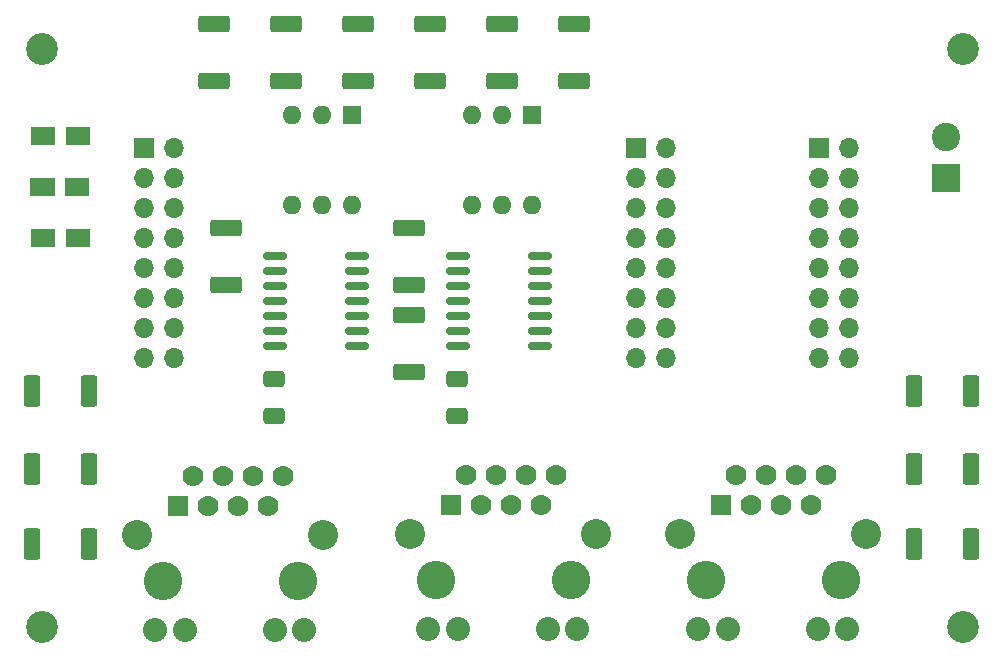
<source format=gts>
%TF.GenerationSoftware,KiCad,Pcbnew,(6.0.1)*%
%TF.CreationDate,2022-11-09T22:58:21+01:00*%
%TF.ProjectId,stepgen_differential_bob,73746570-6765-46e5-9f64-696666657265,rev?*%
%TF.SameCoordinates,Original*%
%TF.FileFunction,Soldermask,Top*%
%TF.FilePolarity,Negative*%
%FSLAX46Y46*%
G04 Gerber Fmt 4.6, Leading zero omitted, Abs format (unit mm)*
G04 Created by KiCad (PCBNEW (6.0.1)) date 2022-11-09 22:58:21*
%MOMM*%
%LPD*%
G01*
G04 APERTURE LIST*
G04 Aperture macros list*
%AMRoundRect*
0 Rectangle with rounded corners*
0 $1 Rounding radius*
0 $2 $3 $4 $5 $6 $7 $8 $9 X,Y pos of 4 corners*
0 Add a 4 corners polygon primitive as box body*
4,1,4,$2,$3,$4,$5,$6,$7,$8,$9,$2,$3,0*
0 Add four circle primitives for the rounded corners*
1,1,$1+$1,$2,$3*
1,1,$1+$1,$4,$5*
1,1,$1+$1,$6,$7*
1,1,$1+$1,$8,$9*
0 Add four rect primitives between the rounded corners*
20,1,$1+$1,$2,$3,$4,$5,0*
20,1,$1+$1,$4,$5,$6,$7,0*
20,1,$1+$1,$6,$7,$8,$9,0*
20,1,$1+$1,$8,$9,$2,$3,0*%
%AMFreePoly0*
4,1,6,1.000000,0.000000,0.500000,-0.750000,-0.500000,-0.750000,-0.500000,0.750000,0.500000,0.750000,1.000000,0.000000,1.000000,0.000000,$1*%
G04 Aperture macros list end*
%ADD10C,2.700000*%
%ADD11RoundRect,0.150000X0.837500X0.150000X-0.837500X0.150000X-0.837500X-0.150000X0.837500X-0.150000X0*%
%ADD12R,1.700000X1.700000*%
%ADD13O,1.700000X1.700000*%
%ADD14R,2.400000X2.400000*%
%ADD15C,2.400000*%
%ADD16RoundRect,0.250000X-0.650000X0.412500X-0.650000X-0.412500X0.650000X-0.412500X0.650000X0.412500X0*%
%ADD17RoundRect,0.249999X-0.450001X-1.075001X0.450001X-1.075001X0.450001X1.075001X-0.450001X1.075001X0*%
%ADD18RoundRect,0.249999X1.075001X-0.450001X1.075001X0.450001X-1.075001X0.450001X-1.075001X-0.450001X0*%
%ADD19R,1.500000X1.500000*%
%ADD20FreePoly0,0.000000*%
%ADD21FreePoly0,180.000000*%
%ADD22RoundRect,0.249999X-1.075001X0.450001X-1.075001X-0.450001X1.075001X-0.450001X1.075001X0.450001X0*%
%ADD23R,1.600000X1.600000*%
%ADD24O,1.600000X1.600000*%
%ADD25C,3.251200*%
%ADD26R,1.778000X1.778000*%
%ADD27C,1.778000*%
%ADD28C,2.032000*%
%ADD29C,2.540000*%
G04 APERTURE END LIST*
D10*
%TO.C,Hole4*%
X3500000Y-52500000D03*
%TD*%
D11*
%TO.C,U1*%
X45641500Y-28702000D03*
X45641500Y-27432000D03*
X45641500Y-26162000D03*
X45641500Y-24892000D03*
X45641500Y-23622000D03*
X45641500Y-22352000D03*
X45641500Y-21082000D03*
X38716500Y-21082000D03*
X38716500Y-22352000D03*
X38716500Y-23622000D03*
X38716500Y-24892000D03*
X38716500Y-26162000D03*
X38716500Y-27432000D03*
X38716500Y-28702000D03*
%TD*%
D12*
%TO.C,J2*%
X53843000Y-11953000D03*
D13*
X56383000Y-11953000D03*
X53843000Y-14493000D03*
X56383000Y-14493000D03*
X53843000Y-17033000D03*
X56383000Y-17033000D03*
X53843000Y-19573000D03*
X56383000Y-19573000D03*
X53843000Y-22113000D03*
X56383000Y-22113000D03*
X53843000Y-24653000D03*
X56383000Y-24653000D03*
X53843000Y-27193000D03*
X56383000Y-27193000D03*
X53843000Y-29733000D03*
X56383000Y-29733000D03*
%TD*%
D14*
%TO.C,J4*%
X80010000Y-14478000D03*
D15*
X80010000Y-10978000D03*
%TD*%
D16*
%TO.C,C2*%
X23114000Y-31457500D03*
X23114000Y-34582500D03*
%TD*%
D17*
%TO.C,R4*%
X77356000Y-39116000D03*
X82156000Y-39116000D03*
%TD*%
D18*
%TO.C,R10*%
X18049000Y-6210000D03*
X18049000Y-1410000D03*
%TD*%
%TO.C,R9*%
X48529000Y-6210000D03*
X48529000Y-1410000D03*
%TD*%
D16*
%TO.C,C1*%
X38608000Y-31457500D03*
X38608000Y-34582500D03*
%TD*%
D17*
%TO.C,R3*%
X2680000Y-39116000D03*
X7480000Y-39116000D03*
%TD*%
D19*
%TO.C,JP1*%
X6280000Y-10922000D03*
X3880000Y-10922000D03*
D20*
X3080000Y-10922000D03*
D21*
X7080000Y-10922000D03*
%TD*%
D18*
%TO.C,R14*%
X34544000Y-30848000D03*
X34544000Y-26048000D03*
%TD*%
D12*
%TO.C,J3*%
X12187000Y-11953000D03*
D13*
X14727000Y-11953000D03*
X12187000Y-14493000D03*
X14727000Y-14493000D03*
X12187000Y-17033000D03*
X14727000Y-17033000D03*
X12187000Y-19573000D03*
X14727000Y-19573000D03*
X12187000Y-22113000D03*
X14727000Y-22113000D03*
X12187000Y-24653000D03*
X14727000Y-24653000D03*
X12187000Y-27193000D03*
X14727000Y-27193000D03*
X12187000Y-29733000D03*
X14727000Y-29733000D03*
%TD*%
D12*
%TO.C,J1*%
X69337000Y-11953000D03*
D13*
X71877000Y-11953000D03*
X69337000Y-14493000D03*
X71877000Y-14493000D03*
X69337000Y-17033000D03*
X71877000Y-17033000D03*
X69337000Y-19573000D03*
X71877000Y-19573000D03*
X69337000Y-22113000D03*
X71877000Y-22113000D03*
X69337000Y-24653000D03*
X71877000Y-24653000D03*
X69337000Y-27193000D03*
X71877000Y-27193000D03*
X69337000Y-29733000D03*
X71877000Y-29733000D03*
%TD*%
D10*
%TO.C,Hole1*%
X81500000Y-52500000D03*
%TD*%
%TO.C,Hole3*%
X3500000Y-3500000D03*
%TD*%
D22*
%TO.C,R13*%
X34544000Y-18682000D03*
X34544000Y-23482000D03*
%TD*%
D18*
%TO.C,R11*%
X24145000Y-6210000D03*
X24145000Y-1410000D03*
%TD*%
D23*
%TO.C,SW1*%
X44958000Y-9144000D03*
D24*
X42418000Y-9144000D03*
X39878000Y-9144000D03*
X39878000Y-16764000D03*
X42418000Y-16764000D03*
X44958000Y-16764000D03*
%TD*%
D18*
%TO.C,R7*%
X36337000Y-6200000D03*
X36337000Y-1400000D03*
%TD*%
D19*
%TO.C,JP3*%
X3880000Y-19558000D03*
X6280000Y-19558000D03*
D20*
X3080000Y-19558000D03*
D21*
X7080000Y-19558000D03*
%TD*%
D17*
%TO.C,R6*%
X77356000Y-32512000D03*
X82156000Y-32512000D03*
%TD*%
D18*
%TO.C,R8*%
X42433000Y-6200000D03*
X42433000Y-1400000D03*
%TD*%
D25*
%TO.C,J7*%
X13716000Y-48591000D03*
X25146000Y-48591000D03*
D26*
X14986000Y-42241000D03*
D27*
X16256000Y-39701000D03*
X17526000Y-42241000D03*
X18796000Y-39701000D03*
X20066000Y-42241000D03*
X21336000Y-39701000D03*
X22606000Y-42241000D03*
X23876000Y-39701000D03*
D28*
X25730200Y-52705800D03*
X23215600Y-52705800D03*
X15621000Y-52705800D03*
X13106400Y-52705800D03*
D29*
X11557000Y-44704800D03*
X27305000Y-44704800D03*
%TD*%
D17*
%TO.C,R1*%
X2680000Y-32512000D03*
X7480000Y-32512000D03*
%TD*%
D18*
%TO.C,R12*%
X30241000Y-6210000D03*
X30241000Y-1410000D03*
%TD*%
D11*
%TO.C,U2*%
X30147500Y-28702000D03*
X30147500Y-27432000D03*
X30147500Y-26162000D03*
X30147500Y-24892000D03*
X30147500Y-23622000D03*
X30147500Y-22352000D03*
X30147500Y-21082000D03*
X23222500Y-21082000D03*
X23222500Y-22352000D03*
X23222500Y-23622000D03*
X23222500Y-24892000D03*
X23222500Y-26162000D03*
X23222500Y-27432000D03*
X23222500Y-28702000D03*
%TD*%
D10*
%TO.C,Hole2*%
X81500000Y-3500000D03*
%TD*%
D25*
%TO.C,J5*%
X71120000Y-48514000D03*
X59690000Y-48514000D03*
D26*
X60960000Y-42164000D03*
D27*
X62230000Y-39624000D03*
X63500000Y-42164000D03*
X64770000Y-39624000D03*
X66040000Y-42164000D03*
X67310000Y-39624000D03*
X68580000Y-42164000D03*
X69850000Y-39624000D03*
D28*
X71704200Y-52628800D03*
X69189600Y-52628800D03*
X61595000Y-52628800D03*
X59080400Y-52628800D03*
D29*
X73279000Y-44627800D03*
X57531000Y-44627800D03*
%TD*%
D17*
%TO.C,R5*%
X2680000Y-45466000D03*
X7480000Y-45466000D03*
%TD*%
D25*
%TO.C,J6*%
X36830000Y-48514000D03*
X48260000Y-48514000D03*
D26*
X38100000Y-42164000D03*
D27*
X39370000Y-39624000D03*
X40640000Y-42164000D03*
X41910000Y-39624000D03*
X43180000Y-42164000D03*
X44450000Y-39624000D03*
X45720000Y-42164000D03*
X46990000Y-39624000D03*
D28*
X48844200Y-52628800D03*
X46329600Y-52628800D03*
X38735000Y-52628800D03*
X36220400Y-52628800D03*
D29*
X34671000Y-44627800D03*
X50419000Y-44627800D03*
%TD*%
D17*
%TO.C,R2*%
X77356000Y-45466000D03*
X82156000Y-45466000D03*
%TD*%
D19*
%TO.C,JP2*%
X3810000Y-15240000D03*
X6210000Y-15240000D03*
D20*
X3010000Y-15240000D03*
D21*
X7010000Y-15240000D03*
%TD*%
D23*
%TO.C,SW2*%
X29718000Y-9154000D03*
D24*
X27178000Y-9154000D03*
X24638000Y-9154000D03*
X24638000Y-16774000D03*
X27178000Y-16774000D03*
X29718000Y-16774000D03*
%TD*%
D22*
%TO.C,R15*%
X19050000Y-18682000D03*
X19050000Y-23482000D03*
%TD*%
M02*

</source>
